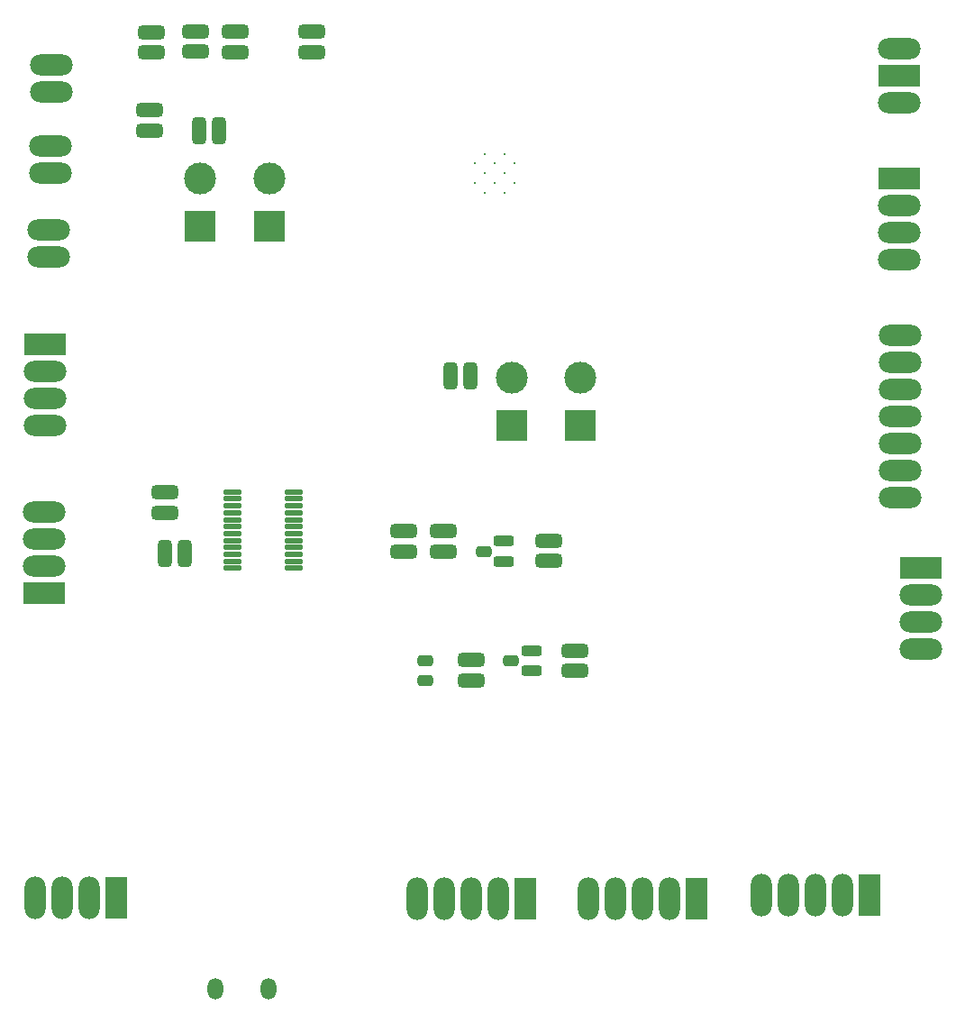
<source format=gbr>
%TF.GenerationSoftware,KiCad,Pcbnew,(6.0.2)*%
%TF.CreationDate,2022-05-17T13:53:54+02:00*%
%TF.ProjectId,PCB_VuilBak,5043425f-5675-4696-9c42-616b2e6b6963,rev?*%
%TF.SameCoordinates,Original*%
%TF.FileFunction,Soldermask,Bot*%
%TF.FilePolarity,Negative*%
%FSLAX46Y46*%
G04 Gerber Fmt 4.6, Leading zero omitted, Abs format (unit mm)*
G04 Created by KiCad (PCBNEW (6.0.2)) date 2022-05-17 13:53:54*
%MOMM*%
%LPD*%
G01*
G04 APERTURE LIST*
G04 Aperture macros list*
%AMRoundRect*
0 Rectangle with rounded corners*
0 $1 Rounding radius*
0 $2 $3 $4 $5 $6 $7 $8 $9 X,Y pos of 4 corners*
0 Add a 4 corners polygon primitive as box body*
4,1,4,$2,$3,$4,$5,$6,$7,$8,$9,$2,$3,0*
0 Add four circle primitives for the rounded corners*
1,1,$1+$1,$2,$3*
1,1,$1+$1,$4,$5*
1,1,$1+$1,$6,$7*
1,1,$1+$1,$8,$9*
0 Add four rect primitives between the rounded corners*
20,1,$1+$1,$2,$3,$4,$5,0*
20,1,$1+$1,$4,$5,$6,$7,0*
20,1,$1+$1,$6,$7,$8,$9,0*
20,1,$1+$1,$8,$9,$2,$3,0*%
G04 Aperture macros list end*
%ADD10O,2.000000X4.000000*%
%ADD11R,2.000000X4.000000*%
%ADD12O,1.450000X2.000000*%
%ADD13O,4.000000X2.000000*%
%ADD14R,4.000000X2.000000*%
%ADD15C,0.300000*%
%ADD16RoundRect,0.325000X0.925000X-0.325000X0.925000X0.325000X-0.925000X0.325000X-0.925000X-0.325000X0*%
%ADD17RoundRect,0.325000X-0.325000X-0.925000X0.325000X-0.925000X0.325000X0.925000X-0.325000X0.925000X0*%
%ADD18RoundRect,0.020500X-0.764500X-0.184500X0.764500X-0.184500X0.764500X0.184500X-0.764500X0.184500X0*%
%ADD19RoundRect,0.325000X-0.925000X0.325000X-0.925000X-0.325000X0.925000X-0.325000X0.925000X0.325000X0*%
%ADD20RoundRect,0.250000X0.700000X0.250000X-0.700000X0.250000X-0.700000X-0.250000X0.700000X-0.250000X0*%
%ADD21RoundRect,0.250000X0.487500X0.250000X-0.487500X0.250000X-0.487500X-0.250000X0.487500X-0.250000X0*%
%ADD22R,3.000000X3.000000*%
%ADD23C,3.000000*%
%ADD24RoundRect,0.325000X0.325000X0.925000X-0.325000X0.925000X-0.325000X-0.925000X0.325000X-0.925000X0*%
%ADD25RoundRect,0.250000X0.475000X-0.250000X0.475000X0.250000X-0.475000X0.250000X-0.475000X-0.250000X0*%
G04 APERTURE END LIST*
D10*
%TO.C,X9*%
X163060000Y-108500000D03*
X165600000Y-108500000D03*
X168140000Y-108500000D03*
X170680000Y-108500000D03*
D11*
X173220000Y-108500000D03*
%TD*%
D12*
%TO.C,U1*%
X144060000Y-117000000D03*
X149060000Y-117000000D03*
%TD*%
D11*
%TO.C,X3*%
X134780000Y-108400000D03*
D10*
X132240000Y-108400000D03*
X129700000Y-108400000D03*
X127160000Y-108400000D03*
%TD*%
D13*
%TO.C,X13*%
X128570000Y-37790000D03*
X128570000Y-40330000D03*
%TD*%
D10*
%TO.C,X8*%
X179120000Y-108500000D03*
X181660000Y-108500000D03*
X184200000Y-108500000D03*
X186740000Y-108500000D03*
D11*
X189280000Y-108500000D03*
%TD*%
D13*
%TO.C,X6*%
X208400000Y-55600000D03*
X208400000Y-58140000D03*
X208400000Y-60680000D03*
X208400000Y-63220000D03*
X208400000Y-65760000D03*
X208400000Y-68300000D03*
X208400000Y-70840000D03*
%TD*%
%TO.C,X12*%
X128685000Y-30225000D03*
X128685000Y-32765000D03*
%TD*%
%TO.C,X4*%
X128000000Y-72200000D03*
X128000000Y-74740000D03*
X128000000Y-77280000D03*
D14*
X128000000Y-79820000D03*
%TD*%
D10*
%TO.C,X7*%
X195360000Y-108200000D03*
X197900000Y-108200000D03*
X200440000Y-108200000D03*
X202980000Y-108200000D03*
D11*
X205520000Y-108200000D03*
%TD*%
D14*
%TO.C,X2*%
X128085000Y-56425000D03*
D13*
X128085000Y-58965000D03*
X128085000Y-61505000D03*
X128085000Y-64045000D03*
%TD*%
%TO.C,X5*%
X208300000Y-28700000D03*
D14*
X208300000Y-31240000D03*
D13*
X208300000Y-33780000D03*
%TD*%
D15*
%TO.C,U4*%
X169395000Y-38555000D03*
X171230000Y-38555000D03*
X168477500Y-39472500D03*
X170312500Y-39472500D03*
X172147500Y-39472500D03*
X169395000Y-40390000D03*
X171230000Y-40390000D03*
X168477500Y-41307500D03*
X170312500Y-41307500D03*
X172147500Y-41307500D03*
X169395000Y-42225000D03*
X171230000Y-42225000D03*
%TD*%
D13*
%TO.C,X11*%
X128400000Y-45725000D03*
X128400000Y-48265000D03*
%TD*%
D14*
%TO.C,X1*%
X208300000Y-40860000D03*
D13*
X208300000Y-43400000D03*
X208300000Y-45940000D03*
X208300000Y-48480000D03*
%TD*%
%TO.C,X10*%
X210400000Y-85060000D03*
X210400000Y-82520000D03*
X210400000Y-79980000D03*
D14*
X210400000Y-77440000D03*
%TD*%
D16*
%TO.C,C8*%
X145900000Y-29000000D03*
X145900000Y-27100000D03*
%TD*%
D17*
%TO.C,R9*%
X139300000Y-76100000D03*
X141200000Y-76100000D03*
%TD*%
D18*
%TO.C,U3*%
X145685000Y-77470000D03*
X145685000Y-76820000D03*
X145685000Y-76170000D03*
X145685000Y-75520000D03*
X145685000Y-74870000D03*
X145685000Y-74220000D03*
X145685000Y-73570000D03*
X145685000Y-72920000D03*
X145685000Y-72270000D03*
X145685000Y-71620000D03*
X145685000Y-70970000D03*
X145685000Y-70320000D03*
X151425000Y-70320000D03*
X151425000Y-70970000D03*
X151425000Y-71620000D03*
X151425000Y-72270000D03*
X151425000Y-72920000D03*
X151425000Y-73570000D03*
X151425000Y-74220000D03*
X151425000Y-74870000D03*
X151425000Y-75520000D03*
X151425000Y-76170000D03*
X151425000Y-76820000D03*
X151425000Y-77470000D03*
%TD*%
D19*
%TO.C,R3*%
X175381250Y-74900000D03*
X175381250Y-76800000D03*
%TD*%
D16*
%TO.C,R7*%
X138100000Y-29050000D03*
X138100000Y-27150000D03*
%TD*%
D20*
%TO.C,Q1*%
X171168750Y-74950000D03*
X171168750Y-76850000D03*
D21*
X169293750Y-75900000D03*
%TD*%
D19*
%TO.C,C1*%
X139300000Y-70350000D03*
X139300000Y-72250000D03*
%TD*%
D22*
%TO.C,S2*%
X171900000Y-64100000D03*
X178400000Y-64100000D03*
D23*
X171900000Y-59600000D03*
X178400000Y-59600000D03*
%TD*%
D16*
%TO.C,C6*%
X142200000Y-28950000D03*
X142200000Y-27050000D03*
%TD*%
D19*
%TO.C,R2*%
X168125000Y-86100000D03*
X168125000Y-88000000D03*
%TD*%
%TO.C,R4*%
X177825000Y-85200000D03*
X177825000Y-87100000D03*
%TD*%
D24*
%TO.C,C7*%
X144450000Y-36400000D03*
X142550000Y-36400000D03*
%TD*%
D16*
%TO.C,R1*%
X161800000Y-75900000D03*
X161800000Y-74000000D03*
%TD*%
%TO.C,C2*%
X137900000Y-36350000D03*
X137900000Y-34450000D03*
%TD*%
D24*
%TO.C,R8*%
X168050000Y-59400000D03*
X166150000Y-59400000D03*
%TD*%
D19*
%TO.C,R5*%
X165500000Y-74000000D03*
X165500000Y-75900000D03*
%TD*%
D25*
%TO.C,R6*%
X163825000Y-88050000D03*
X163825000Y-86150000D03*
%TD*%
D20*
%TO.C,Q2*%
X173762500Y-85200000D03*
X173762500Y-87100000D03*
D21*
X171887500Y-86150000D03*
%TD*%
D23*
%TO.C,S1*%
X149150000Y-40850000D03*
X142650000Y-40850000D03*
D22*
X149150000Y-45350000D03*
X142650000Y-45350000D03*
%TD*%
D16*
%TO.C,C4*%
X153100000Y-29000000D03*
X153100000Y-27100000D03*
%TD*%
M02*

</source>
